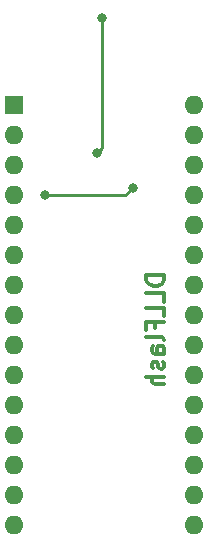
<source format=gbr>
%TF.GenerationSoftware,KiCad,Pcbnew,(5.1.6-0-10_14)*%
%TF.CreationDate,2021-01-01T01:40:26+01:00*%
%TF.ProjectId,flash,666c6173-682e-46b6-9963-61645f706362,rev?*%
%TF.SameCoordinates,Original*%
%TF.FileFunction,Copper,L2,Bot*%
%TF.FilePolarity,Positive*%
%FSLAX46Y46*%
G04 Gerber Fmt 4.6, Leading zero omitted, Abs format (unit mm)*
G04 Created by KiCad (PCBNEW (5.1.6-0-10_14)) date 2021-01-01 01:40:26*
%MOMM*%
%LPD*%
G01*
G04 APERTURE LIST*
%TA.AperFunction,NonConductor*%
%ADD10C,0.300000*%
%TD*%
%TA.AperFunction,ComponentPad*%
%ADD11R,1.600000X1.600000*%
%TD*%
%TA.AperFunction,ComponentPad*%
%ADD12O,1.600000X1.600000*%
%TD*%
%TA.AperFunction,ViaPad*%
%ADD13C,0.800000*%
%TD*%
%TA.AperFunction,Conductor*%
%ADD14C,0.250000*%
%TD*%
G04 APERTURE END LIST*
D10*
X26678571Y-41392857D02*
X25178571Y-41392857D01*
X25178571Y-41750000D01*
X25250000Y-41964285D01*
X25392857Y-42107142D01*
X25535714Y-42178571D01*
X25821428Y-42250000D01*
X26035714Y-42250000D01*
X26321428Y-42178571D01*
X26464285Y-42107142D01*
X26607142Y-41964285D01*
X26678571Y-41750000D01*
X26678571Y-41392857D01*
X26678571Y-43607142D02*
X26678571Y-42892857D01*
X25178571Y-42892857D01*
X26678571Y-44821428D02*
X26678571Y-44107142D01*
X25178571Y-44107142D01*
X25892857Y-45821428D02*
X25892857Y-45321428D01*
X26678571Y-45321428D02*
X25178571Y-45321428D01*
X25178571Y-46035714D01*
X26678571Y-46821428D02*
X26607142Y-46678571D01*
X26464285Y-46607142D01*
X25178571Y-46607142D01*
X26678571Y-48035714D02*
X25892857Y-48035714D01*
X25750000Y-47964285D01*
X25678571Y-47821428D01*
X25678571Y-47535714D01*
X25750000Y-47392857D01*
X26607142Y-48035714D02*
X26678571Y-47892857D01*
X26678571Y-47535714D01*
X26607142Y-47392857D01*
X26464285Y-47321428D01*
X26321428Y-47321428D01*
X26178571Y-47392857D01*
X26107142Y-47535714D01*
X26107142Y-47892857D01*
X26035714Y-48035714D01*
X26607142Y-48678571D02*
X26678571Y-48821428D01*
X26678571Y-49107142D01*
X26607142Y-49250000D01*
X26464285Y-49321428D01*
X26392857Y-49321428D01*
X26250000Y-49250000D01*
X26178571Y-49107142D01*
X26178571Y-48892857D01*
X26107142Y-48750000D01*
X25964285Y-48678571D01*
X25892857Y-48678571D01*
X25750000Y-48750000D01*
X25678571Y-48892857D01*
X25678571Y-49107142D01*
X25750000Y-49250000D01*
X26678571Y-49964285D02*
X25178571Y-49964285D01*
X26678571Y-50607142D02*
X25892857Y-50607142D01*
X25750000Y-50535714D01*
X25678571Y-50392857D01*
X25678571Y-50178571D01*
X25750000Y-50035714D01*
X25821428Y-49964285D01*
D11*
%TO.P,A1,1*%
%TO.N,Net-(A1-Pad1)*%
X14000000Y-27000000D03*
D12*
%TO.P,A1,17*%
%TO.N,Net-(A1-Pad17)*%
X29240000Y-60020000D03*
%TO.P,A1,2*%
%TO.N,Net-(A1-Pad2)*%
X14000000Y-29540000D03*
%TO.P,A1,18*%
%TO.N,Net-(A1-Pad18)*%
X29240000Y-57480000D03*
%TO.P,A1,3*%
%TO.N,Net-(A1-Pad3)*%
X14000000Y-32080000D03*
%TO.P,A1,19*%
%TO.N,Net-(A1-Pad19)*%
X29240000Y-54940000D03*
%TO.P,A1,4*%
%TO.N,Net-(A1-Pad29)*%
X14000000Y-34620000D03*
%TO.P,A1,20*%
%TO.N,Net-(A1-Pad20)*%
X29240000Y-52400000D03*
%TO.P,A1,5*%
%TO.N,Net-(A1-Pad5)*%
X14000000Y-37160000D03*
%TO.P,A1,21*%
%TO.N,Net-(A1-Pad21)*%
X29240000Y-49860000D03*
%TO.P,A1,6*%
%TO.N,Net-(A1-Pad6)*%
X14000000Y-39700000D03*
%TO.P,A1,22*%
%TO.N,Net-(A1-Pad22)*%
X29240000Y-47320000D03*
%TO.P,A1,7*%
%TO.N,Net-(A1-Pad7)*%
X14000000Y-42240000D03*
%TO.P,A1,23*%
%TO.N,Net-(A1-Pad23)*%
X29240000Y-44780000D03*
%TO.P,A1,8*%
%TO.N,Net-(A1-Pad8)*%
X14000000Y-44780000D03*
%TO.P,A1,24*%
%TO.N,Net-(A1-Pad24)*%
X29240000Y-42240000D03*
%TO.P,A1,9*%
%TO.N,Net-(A1-Pad9)*%
X14000000Y-47320000D03*
%TO.P,A1,25*%
%TO.N,Net-(A1-Pad25)*%
X29240000Y-39700000D03*
%TO.P,A1,10*%
%TO.N,Net-(A1-Pad10)*%
X14000000Y-49860000D03*
%TO.P,A1,26*%
%TO.N,Net-(A1-Pad26)*%
X29240000Y-37160000D03*
%TO.P,A1,11*%
%TO.N,Net-(A1-Pad11)*%
X14000000Y-52400000D03*
%TO.P,A1,27*%
%TO.N,Net-(A1-Pad27)*%
X29240000Y-34620000D03*
%TO.P,A1,12*%
%TO.N,Net-(A1-Pad12)*%
X14000000Y-54940000D03*
%TO.P,A1,28*%
%TO.N,Net-(A1-Pad28)*%
X29240000Y-32080000D03*
%TO.P,A1,13*%
%TO.N,Net-(A1-Pad13)*%
X14000000Y-57480000D03*
%TO.P,A1,29*%
%TO.N,Net-(A1-Pad29)*%
X29240000Y-29540000D03*
%TO.P,A1,14*%
%TO.N,Net-(A1-Pad14)*%
X14000000Y-60020000D03*
%TO.P,A1,30*%
%TO.N,Net-(A1-Pad30)*%
X29240000Y-27000000D03*
%TO.P,A1,15*%
%TO.N,Net-(A1-Pad15)*%
X14000000Y-62560000D03*
%TO.P,A1,16*%
%TO.N,Net-(A1-Pad16)*%
X29240000Y-62560000D03*
%TD*%
D13*
%TO.N,Net-(A1-Pad29)*%
X16620000Y-34620000D03*
X24000000Y-34000000D03*
%TO.N,Net-(A1-Pad13)*%
X21430154Y-19569846D03*
X21000000Y-31000000D03*
%TD*%
D14*
%TO.N,Net-(A1-Pad29)*%
X16620000Y-34620000D02*
X23380000Y-34620000D01*
X23380000Y-34620000D02*
X24000000Y-34000000D01*
%TO.N,Net-(A1-Pad13)*%
X21430154Y-19569846D02*
X21430154Y-30569846D01*
X21430154Y-30569846D02*
X21000000Y-31000000D01*
%TD*%
M02*

</source>
